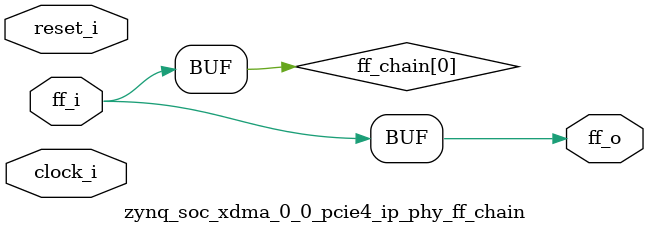
<source format=v>
/*****************************************************************************
** Description:
**    Flop Chain
**
******************************************************************************/

`timescale 1ps/1ps

`define AS_PHYREG(clk, reset, q, d, rstval)  \
   always @(posedge clk or posedge reset) begin \
      if (reset) \
         q  <= #(TCQ)   rstval;  \
      else  \
         q  <= #(TCQ)   d; \
   end

`define PHYREG(clk, reset, q, d, rstval)  \
   always @(posedge clk) begin \
      if (reset) \
         q  <= #(TCQ)   rstval;  \
      else  \
         q  <= #(TCQ)   d; \
   end

(* DowngradeIPIdentifiedWarnings = "yes" *)
module zynq_soc_xdma_0_0_pcie4_ip_phy_ff_chain #(
   // Parameters
   parameter integer PIPELINE_STAGES   = 0,        // 0 = no pipeline; 1 = 1 stage; 2 = 2 stages; 3 = 3 stages
   parameter         ASYNC             = "FALSE",
   parameter integer FF_WIDTH          = 1,
   parameter integer RST_VAL           = 0,
   parameter integer TCQ               = 1
)  (   
   input  wire                         clock_i,          
   input  wire                         reset_i,           
   input  wire [FF_WIDTH-1:0]          ff_i,            
   output wire [FF_WIDTH-1:0]          ff_o        
   );

   genvar   var_i;

   reg   [FF_WIDTH-1:0]          ff_chain [PIPELINE_STAGES:0];

   always @(*) ff_chain[0] = ff_i;

generate
   if (PIPELINE_STAGES > 0) begin:  with_ff_chain
      for (var_i = 0; var_i < PIPELINE_STAGES; var_i = var_i + 1) begin: ff_chain_gen
         if (ASYNC == "TRUE") begin: async_rst
            `AS_PHYREG(clock_i, reset_i, ff_chain[var_i+1], ff_chain[var_i], RST_VAL)
         end else begin: sync_rst
            `PHYREG(clock_i, reset_i, ff_chain[var_i+1], ff_chain[var_i], RST_VAL)
         end
      end
   end
endgenerate

   assign ff_o = ff_chain[PIPELINE_STAGES];

endmodule

</source>
